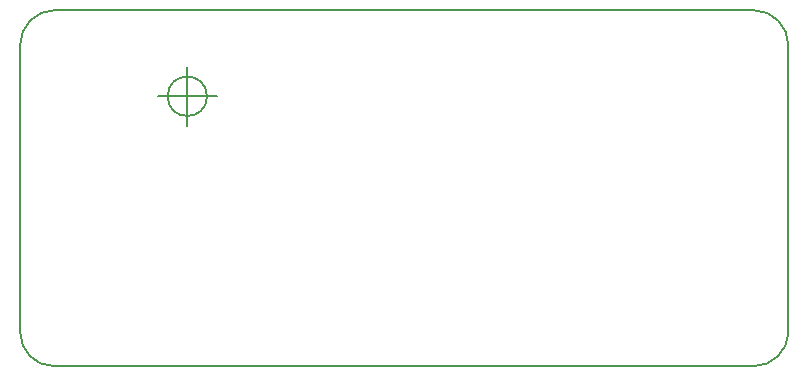
<source format=gm1>
G04 #@! TF.GenerationSoftware,KiCad,Pcbnew,5.0.0-rc2-unknown-fc71fc6~65~ubuntu16.04.1*
G04 #@! TF.CreationDate,2018-06-08T12:28:42+02:00*
G04 #@! TF.ProjectId,mmdvm_hs-hat,6D6D64766D5F68732D6861742E6B6963,1.7*
G04 #@! TF.SameCoordinates,Original*
G04 #@! TF.FileFunction,Profile,NP*
%FSLAX46Y46*%
G04 Gerber Fmt 4.6, Leading zero omitted, Abs format (unit mm)*
G04 Created by KiCad (PCBNEW 5.0.0-rc2-unknown-fc71fc6~65~ubuntu16.04.1) date Fri Jun  8 12:28:42 2018*
%MOMM*%
%LPD*%
G01*
G04 APERTURE LIST*
%ADD10C,0.150000*%
G04 APERTURE END LIST*
D10*
X171266666Y-112900000D02*
G75*
G03X171266666Y-112900000I-1666666J0D01*
G01*
X167100000Y-112900000D02*
X172100000Y-112900000D01*
X169600000Y-110400000D02*
X169600000Y-115400000D01*
X158400000Y-105600000D02*
X217500000Y-105600000D01*
X220500000Y-108600000D02*
X220500000Y-132900000D01*
X217550000Y-135750000D02*
X158300000Y-135750000D01*
X155450000Y-132900000D02*
X155450000Y-108550000D01*
X220500000Y-108600000D02*
G75*
G03X217500000Y-105600000I-3000000J0D01*
G01*
X217550000Y-135751694D02*
G75*
G03X220500000Y-132900000I0J2951694D01*
G01*
X155450000Y-132900000D02*
G75*
G03X158300000Y-135750000I2850000J0D01*
G01*
X158400000Y-105600000D02*
G75*
G03X155450000Y-108550000I0J-2950000D01*
G01*
M02*

</source>
